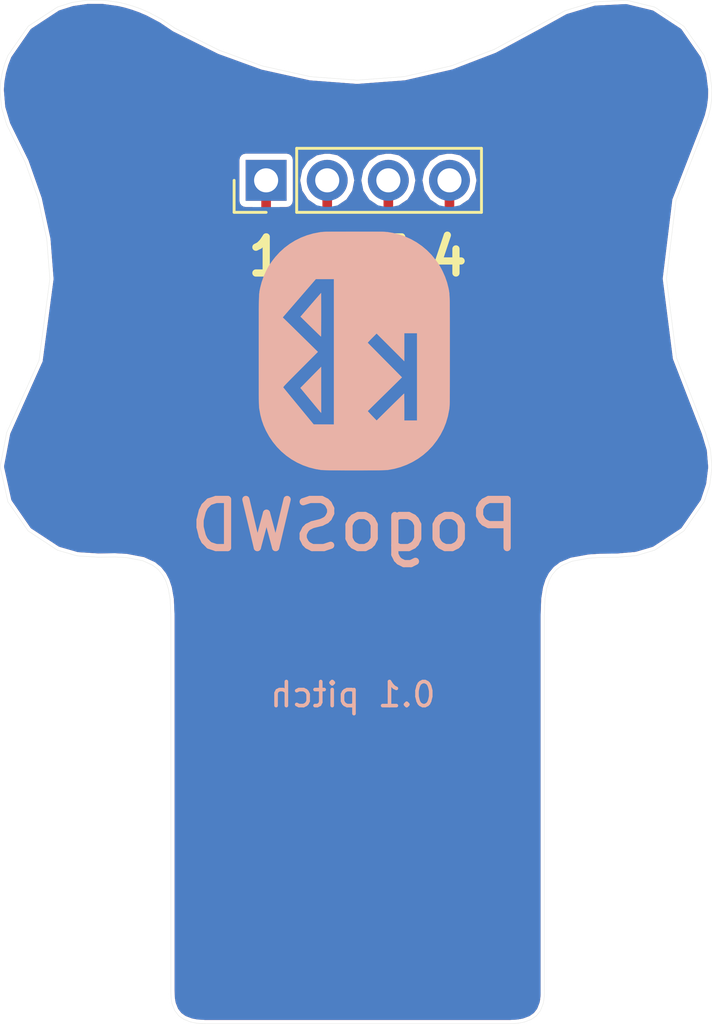
<source format=kicad_pcb>
(kicad_pcb (version 20171130) (host pcbnew "(5.0.0)")

  (general
    (thickness 1.6)
    (drawings 110)
    (tracks 16)
    (zones 0)
    (modules 3)
    (nets 5)
  )

  (page A3)
  (layers
    (0 F.Cu signal)
    (31 B.Cu signal)
    (32 B.Adhes user)
    (33 F.Adhes user)
    (34 B.Paste user)
    (35 F.Paste user)
    (36 B.SilkS user)
    (37 F.SilkS user)
    (38 B.Mask user)
    (39 F.Mask user)
    (40 Dwgs.User user)
    (41 Cmts.User user)
    (42 Eco1.User user)
    (43 Eco2.User user)
    (44 Edge.Cuts user)
  )

  (setup
    (last_trace_width 0.4)
    (trace_clearance 0.254)
    (zone_clearance 0.152)
    (zone_45_only no)
    (trace_min 0.254)
    (segment_width 0.2)
    (edge_width 0.1)
    (via_size 0.889)
    (via_drill 0.635)
    (via_min_size 0.889)
    (via_min_drill 0.508)
    (uvia_size 0.508)
    (uvia_drill 0.127)
    (uvias_allowed no)
    (uvia_min_size 0.508)
    (uvia_min_drill 0.127)
    (pcb_text_width 0.3)
    (pcb_text_size 1.5 1.5)
    (mod_edge_width 0.15)
    (mod_text_size 1 1)
    (mod_text_width 0.15)
    (pad_size 1.5 1.5)
    (pad_drill 0.6)
    (pad_to_mask_clearance 0)
    (solder_mask_min_width 0.25)
    (aux_axis_origin 0 0)
    (visible_elements 7FFFFFFF)
    (pcbplotparams
      (layerselection 0x010fc_ffffffff)
      (usegerberextensions true)
      (usegerberattributes false)
      (usegerberadvancedattributes false)
      (creategerberjobfile false)
      (excludeedgelayer true)
      (linewidth 0.150000)
      (plotframeref false)
      (viasonmask false)
      (mode 1)
      (useauxorigin false)
      (hpglpennumber 1)
      (hpglpenspeed 20)
      (hpglpendiameter 15.000000)
      (psnegative false)
      (psa4output false)
      (plotreference true)
      (plotvalue true)
      (plotinvisibletext false)
      (padsonsilk false)
      (subtractmaskfromsilk false)
      (outputformat 1)
      (mirror false)
      (drillshape 0)
      (scaleselection 1)
      (outputdirectory "gerbers/"))
  )

  (net 0 "")
  (net 1 SWCLK)
  (net 2 SWDIO)
  (net 3 GND)
  (net 4 VDD)

  (net_class Default "This is the default net class."
    (clearance 0.254)
    (trace_width 0.4)
    (via_dia 0.889)
    (via_drill 0.635)
    (uvia_dia 0.508)
    (uvia_drill 0.127)
    (add_net GND)
    (add_net SWCLK)
    (add_net SWDIO)
    (add_net VDD)
  )

  (module pogoprogB:pogopin_04x01 (layer F.Cu) (tedit 59F818D0) (tstamp 59F5993A)
    (at 157.7858 147.6295)
    (path /59D600B7)
    (fp_text reference J1 (at -2.1488 4.2625) (layer F.SilkS) hide
      (effects (font (size 1 1) (thickness 0.15)))
    )
    (fp_text value SWD (at 1.016 -4.318) (layer F.Fab)
      (effects (font (size 1 1) (thickness 0.15)))
    )
    (pad 1 smd oval (at 0 0) (size 1.6 17) (layers F.Cu F.Paste F.Mask)
      (net 1 SWCLK))
    (pad 2 smd oval (at 2.54 0) (size 1.6 17) (layers F.Cu F.Paste F.Mask)
      (net 2 SWDIO))
    (pad 3 smd oval (at 5.08 0) (size 1.6 17) (layers F.Cu F.Paste F.Mask)
      (net 3 GND))
    (pad 4 smd oval (at 7.62 0) (size 1.6 17) (layers F.Cu F.Paste F.Mask)
      (net 4 VDD))
    (model ${KISYS3DMOD}/Un-used.3dshapes/P100-E2.step
      (offset (xyz 0 5 0))
      (scale (xyz 1 1 1))
      (rotate (xyz -90 0 0))
    )
    (model ${KISYS3DMOD}/Un-used.3dshapes/P100-E2.step
      (offset (xyz 2.54 5 0))
      (scale (xyz 1 1 1))
      (rotate (xyz -90 0 0))
    )
    (model ${KISYS3DMOD}/Un-used.3dshapes/P100-E2.step
      (offset (xyz 5.08 5 0))
      (scale (xyz 1 1 1))
      (rotate (xyz -90 0 0))
    )
    (model ${KISYS3DMOD}/Un-used.3dshapes/P100-E2.step
      (offset (xyz 7.62 5 0))
      (scale (xyz 1 1 1))
      (rotate (xyz -90 0 0))
    )
  )

  (module Pin_Headers:Pin_Header_Straight_1x04_Pitch2.54mm (layer F.Cu) (tedit 59F816DA) (tstamp 59F59942)
    (at 157.796 122.428 90)
    (descr "Through hole straight pin header, 1x04, 2.54mm pitch, single row")
    (tags "Through hole pin header THT 1x04 2.54mm single row")
    (path /59D60493)
    (fp_text reference J2 (at 0 -2.33 90) (layer F.SilkS) hide
      (effects (font (size 1 1) (thickness 0.15)))
    )
    (fp_text value SWD (at 0 9.95 90) (layer F.Fab)
      (effects (font (size 1 1) (thickness 0.15)))
    )
    (fp_line (start -0.635 -1.27) (end 1.27 -1.27) (layer F.Fab) (width 0.1))
    (fp_line (start 1.27 -1.27) (end 1.27 8.89) (layer F.Fab) (width 0.1))
    (fp_line (start 1.27 8.89) (end -1.27 8.89) (layer F.Fab) (width 0.1))
    (fp_line (start -1.27 8.89) (end -1.27 -0.635) (layer F.Fab) (width 0.1))
    (fp_line (start -1.27 -0.635) (end -0.635 -1.27) (layer F.Fab) (width 0.1))
    (fp_line (start -1.33 8.95) (end 1.33 8.95) (layer F.SilkS) (width 0.12))
    (fp_line (start -1.33 1.27) (end -1.33 8.95) (layer F.SilkS) (width 0.12))
    (fp_line (start 1.33 1.27) (end 1.33 8.95) (layer F.SilkS) (width 0.12))
    (fp_line (start -1.33 1.27) (end 1.33 1.27) (layer F.SilkS) (width 0.12))
    (fp_line (start -1.33 0) (end -1.33 -1.33) (layer F.SilkS) (width 0.12))
    (fp_line (start -1.33 -1.33) (end 0 -1.33) (layer F.SilkS) (width 0.12))
    (fp_line (start -1.8 -1.8) (end -1.8 9.4) (layer F.CrtYd) (width 0.05))
    (fp_line (start -1.8 9.4) (end 1.8 9.4) (layer F.CrtYd) (width 0.05))
    (fp_line (start 1.8 9.4) (end 1.8 -1.8) (layer F.CrtYd) (width 0.05))
    (fp_line (start 1.8 -1.8) (end -1.8 -1.8) (layer F.CrtYd) (width 0.05))
    (fp_text user %R (at 0 3.81 180) (layer F.Fab)
      (effects (font (size 1 1) (thickness 0.15)))
    )
    (pad 1 thru_hole rect (at 0 0 90) (size 1.7 1.7) (drill 1) (layers *.Cu *.Mask)
      (net 1 SWCLK))
    (pad 2 thru_hole oval (at 0 2.54 90) (size 1.7 1.7) (drill 1) (layers *.Cu *.Mask)
      (net 2 SWDIO))
    (pad 3 thru_hole oval (at 0 5.08 90) (size 1.7 1.7) (drill 1) (layers *.Cu *.Mask)
      (net 3 GND))
    (pad 4 thru_hole oval (at 0 7.62 90) (size 1.7 1.7) (drill 1) (layers *.Cu *.Mask)
      (net 4 VDD))
    (model ${KISYS3DMOD}/Pin_Headers.3dshapes/Pin_Header_Straight_1x04_Pitch2.54mm.wrl
      (offset (xyz 0 -7.62 -1.7))
      (scale (xyz 1 1 1))
      (rotate (xyz 0 180 180))
    )
  )

  (module footprints:KB_BlueMicro (layer B.Cu) (tedit 0) (tstamp 5EEA7756)
    (at 161.4678 129.5146 180)
    (fp_text reference G*** (at 0 0 180) (layer B.SilkS) hide
      (effects (font (size 1.524 1.524) (thickness 0.3)) (justify mirror))
    )
    (fp_text value LOGO (at 0.75 0 180) (layer B.SilkS) hide
      (effects (font (size 1.524 1.524) (thickness 0.3)) (justify mirror))
    )
    (fp_poly (pts (xy 1.398318 2.390983) (xy 1.422288 2.364274) (xy 1.459566 2.322036) (xy 1.508522 2.266135)
      (xy 1.56753 2.198434) (xy 1.634961 2.120797) (xy 1.709187 2.035089) (xy 1.78858 1.943174)
      (xy 1.791382 1.939925) (xy 1.871854 1.846655) (xy 1.947933 1.75852) (xy 2.017873 1.67754)
      (xy 2.079927 1.605734) (xy 2.132348 1.545122) (xy 2.173392 1.497724) (xy 2.201312 1.465561)
      (xy 2.214269 1.450754) (xy 2.240044 1.421957) (xy 1.823097 1.012604) (xy 1.737716 0.928915)
      (xy 1.65775 0.850798) (xy 1.585045 0.780037) (xy 1.521448 0.718417) (xy 1.468807 0.667725)
      (xy 1.428967 0.629744) (xy 1.403776 0.606261) (xy 1.395225 0.599017) (xy 1.393411 0.61067)
      (xy 1.391695 0.645746) (xy 1.390098 0.70227) (xy 1.388645 0.778265) (xy 1.387361 0.871756)
      (xy 1.38627 0.980766) (xy 1.385395 1.103319) (xy 1.38476 1.237439) (xy 1.384389 1.38115)
      (xy 1.3843 1.497542) (xy 1.384368 1.64644) (xy 1.384565 1.787677) (xy 1.384881 1.919236)
      (xy 1.385303 2.039101) (xy 1.385821 2.145254) (xy 1.386423 2.23568) (xy 1.387099 2.308361)
      (xy 1.387837 2.36128) (xy 1.388627 2.392422) (xy 1.389284 2.4003) (xy 1.398318 2.390983)) (layer B.SilkS) (width 0.01))
    (fp_poly (pts (xy 1.815265 -1.103172) (xy 2.244861 -1.539595) (xy 1.845037 -2.023922) (xy 1.765147 -2.120589)
      (xy 1.689352 -2.212094) (xy 1.619346 -2.296406) (xy 1.556826 -2.371491) (xy 1.503487 -2.435316)
      (xy 1.461025 -2.48585) (xy 1.431135 -2.521059) (xy 1.415514 -2.538911) (xy 1.414756 -2.539711)
      (xy 1.3843 -2.571172) (xy 1.385668 -0.66675) (xy 1.815265 -1.103172)) (layer B.SilkS) (width 0.01))
    (fp_poly (pts (xy 0.213812 4.952845) (xy 0.397568 4.95277) (xy 0.559312 4.952607) (xy 0.700738 4.952326)
      (xy 0.82354 4.951897) (xy 0.929413 4.951287) (xy 1.02005 4.950467) (xy 1.097145 4.949407)
      (xy 1.162392 4.948074) (xy 1.217486 4.946439) (xy 1.26412 4.944471) (xy 1.303988 4.942139)
      (xy 1.338785 4.939412) (xy 1.370204 4.93626) (xy 1.39994 4.932652) (xy 1.429686 4.928558)
      (xy 1.44145 4.926853) (xy 1.712159 4.874817) (xy 1.973811 4.799593) (xy 2.225216 4.701882)
      (xy 2.465189 4.582386) (xy 2.69254 4.441808) (xy 2.906084 4.28085) (xy 3.104633 4.100214)
      (xy 3.286999 3.900603) (xy 3.383515 3.77825) (xy 3.452545 3.683875) (xy 3.509612 3.600666)
      (xy 3.559587 3.520768) (xy 3.607337 3.436326) (xy 3.657733 3.339483) (xy 3.667456 3.320136)
      (xy 3.771077 3.089836) (xy 3.854352 2.854782) (xy 3.915283 2.620649) (xy 3.917851 2.608376)
      (xy 3.924841 2.574489) (xy 3.931239 2.542672) (xy 3.937069 2.511719) (xy 3.942358 2.480427)
      (xy 3.947132 2.44759) (xy 3.951418 2.412003) (xy 3.955242 2.372462) (xy 3.958631 2.327761)
      (xy 3.961609 2.276696) (xy 3.964205 2.218063) (xy 3.966444 2.150655) (xy 3.968352 2.073269)
      (xy 3.969956 1.9847) (xy 3.971282 1.883742) (xy 3.972357 1.769191) (xy 3.973206 1.639842)
      (xy 3.973855 1.49449) (xy 3.974333 1.331931) (xy 3.974663 1.150959) (xy 3.974874 0.95037)
      (xy 3.97499 0.728958) (xy 3.975039 0.48552) (xy 3.975047 0.21885) (xy 3.975041 -0.011892)
      (xy 3.975026 -0.292426) (xy 3.974986 -0.548747) (xy 3.974911 -0.782046) (xy 3.974787 -0.99351)
      (xy 3.974604 -1.184327) (xy 3.974347 -1.355686) (xy 3.974007 -1.508775) (xy 3.973569 -1.644782)
      (xy 3.973023 -1.764896) (xy 3.972355 -1.870305) (xy 3.971554 -1.962198) (xy 3.970608 -2.041763)
      (xy 3.969505 -2.110188) (xy 3.968231 -2.168661) (xy 3.966776 -2.218372) (xy 3.965127 -2.260507)
      (xy 3.963272 -2.296257) (xy 3.961198 -2.326808) (xy 3.958895 -2.353349) (xy 3.956348 -2.37707)
      (xy 3.953547 -2.399157) (xy 3.950479 -2.420799) (xy 3.9504 -2.421334) (xy 3.907267 -2.658572)
      (xy 3.849222 -2.880509) (xy 3.774232 -3.093734) (xy 3.680269 -3.304839) (xy 3.674715 -3.316104)
      (xy 3.541277 -3.557644) (xy 3.388706 -3.783067) (xy 3.218141 -3.99156) (xy 3.030722 -4.182309)
      (xy 2.82759 -4.354497) (xy 2.609885 -4.507312) (xy 2.378746 -4.639939) (xy 2.135314 -4.751563)
      (xy 1.880729 -4.841369) (xy 1.616131 -4.908543) (xy 1.393174 -4.946078) (xy 1.353495 -4.949505)
      (xy 1.290742 -4.952615) (xy 1.207152 -4.955406) (xy 1.10496 -4.957879) (xy 0.986403 -4.960034)
      (xy 0.853715 -4.961872) (xy 0.709133 -4.963392) (xy 0.554893 -4.964595) (xy 0.39323 -4.965481)
      (xy 0.22638 -4.96605) (xy 0.05658 -4.966303) (xy -0.113936 -4.966238) (xy -0.282932 -4.965858)
      (xy -0.448171 -4.965161) (xy -0.607417 -4.964148) (xy -0.758436 -4.962819) (xy -0.89899 -4.961175)
      (xy -1.026845 -4.959215) (xy -1.139765 -4.95694) (xy -1.235513 -4.954349) (xy -1.311854 -4.951444)
      (xy -1.366553 -4.948224) (xy -1.390232 -4.945856) (xy -1.656617 -4.897314) (xy -1.916268 -4.825594)
      (xy -2.167395 -4.731665) (xy -2.40821 -4.6165) (xy -2.636923 -4.481069) (xy -2.851746 -4.326342)
      (xy -3.050889 -4.153291) (xy -3.232563 -3.962886) (xy -3.259261 -3.931624) (xy -3.429526 -3.710212)
      (xy -3.576635 -3.478365) (xy -3.700617 -3.236024) (xy -3.770554 -3.0607) (xy 0.8509 -3.0607)
      (xy 1.69545 -3.058922) (xy 2.31775 -2.303735) (xy 2.416986 -2.183258) (xy 2.511786 -2.068071)
      (xy 2.600871 -1.959735) (xy 2.682961 -1.859809) (xy 2.756775 -1.769857) (xy 2.821034 -1.691438)
      (xy 2.874457 -1.626112) (xy 2.915766 -1.575442) (xy 2.94368 -1.540988) (xy 2.956919 -1.524311)
      (xy 2.9576 -1.523383) (xy 2.959912 -1.517964) (xy 2.959328 -1.510632) (xy 2.954734 -1.500202)
      (xy 2.945016 -1.485488) (xy 2.929059 -1.465306) (xy 2.905748 -1.438471) (xy 2.873969 -1.403798)
      (xy 2.832606 -1.360102) (xy 2.780546 -1.306198) (xy 2.716673 -1.240901) (xy 2.639873 -1.163026)
      (xy 2.549031 -1.071388) (xy 2.443032 -0.964802) (xy 2.320762 -0.842084) (xy 2.249066 -0.770183)
      (xy 1.522982 -0.042148) (xy 2.148966 0.572669) (xy 2.257126 0.678884) (xy 2.362445 0.782279)
      (xy 2.46312 0.881085) (xy 2.557351 0.973537) (xy 2.643334 1.057867) (xy 2.719268 1.132308)
      (xy 2.783351 1.195092) (xy 2.83378 1.244453) (xy 2.868755 1.278623) (xy 2.879481 1.289069)
      (xy 2.984012 1.39065) (xy 1.60655 2.983822) (xy 0.8509 2.9845) (xy 0.8509 -3.0607)
      (xy -3.770554 -3.0607) (xy -3.801498 -2.983129) (xy -3.879304 -2.719619) (xy -3.934064 -2.445434)
      (xy -3.937701 -2.421334) (xy -3.940776 -2.399687) (xy -3.943583 -2.377625) (xy -3.946136 -2.353959)
      (xy -3.948446 -2.327501) (xy -3.950525 -2.297062) (xy -3.952385 -2.261455) (xy -3.954039 -2.21949)
      (xy -3.955499 -2.169979) (xy -3.956777 -2.111735) (xy -3.957884 -2.043568) (xy -3.958834 -1.96429)
      (xy -3.959638 -1.872714) (xy -3.960309 -1.76765) (xy -3.960858 -1.64791) (xy -3.961298 -1.512306)
      (xy -3.961641 -1.35965) (xy -3.961899 -1.188753) (xy -3.962085 -0.998427) (xy -3.962209 -0.787483)
      (xy -3.962286 -0.554734) (xy -3.962326 -0.29899) (xy -3.962342 -0.019064) (xy -3.962342 -0.011892)
      (xy -3.962348 0.27422) (xy -3.962335 0.536137) (xy -3.962284 0.7366) (xy -2.6035 0.7366)
      (xy -2.6035 -2.8956) (xy -2.0701 -2.8956) (xy -2.0701 -2.3368) (xy -2.069891 -2.220445)
      (xy -2.069293 -2.112322) (xy -2.068349 -2.014989) (xy -2.067104 -1.931005) (xy -2.0656 -1.862931)
      (xy -2.063882 -1.813325) (xy -2.061993 -1.784747) (xy -2.060575 -1.778625) (xy -2.050106 -1.787427)
      (xy -2.02316 -1.812597) (xy -1.981297 -1.852617) (xy -1.926077 -1.905971) (xy -1.859059 -1.97114)
      (xy -1.781803 -2.046608) (xy -1.695869 -2.130857) (xy -1.602816 -2.22237) (xy -1.504203 -2.319631)
      (xy -1.4859 -2.337713) (xy -0.92075 -2.896174) (xy -0.733763 -2.702212) (xy -0.678568 -2.64454)
      (xy -0.630098 -2.593094) (xy -0.590885 -2.550627) (xy -0.563459 -2.519893) (xy -0.550353 -2.503646)
      (xy -0.549613 -2.5019) (xy -0.559006 -2.491885) (xy -0.584563 -2.466058) (xy -0.624307 -2.426382)
      (xy -0.676259 -2.374821) (xy -0.73844 -2.313337) (xy -0.808872 -2.243893) (xy -0.885574 -2.168452)
      (xy -0.9017 -2.152614) (xy -0.998646 -2.057398) (xy -1.108242 -1.949718) (xy -1.225037 -1.834933)
      (xy -1.343581 -1.718398) (xy -1.458426 -1.605472) (xy -1.56412 -1.501512) (xy -1.610838 -1.455546)
      (xy -1.970725 -1.101414) (xy -1.64264 -0.769782) (xy -1.555141 -0.681346) (xy -1.454458 -0.5796)
      (xy -1.345279 -0.469282) (xy -1.232294 -0.35513) (xy -1.120192 -0.24188) (xy -1.013661 -0.13427)
      (xy -0.933503 -0.053311) (xy -0.852663 0.02834) (xy -0.777408 0.104366) (xy -0.709605 0.172876)
      (xy -0.651126 0.231982) (xy -0.603838 0.279795) (xy -0.569612 0.314424) (xy -0.550316 0.33398)
      (xy -0.546709 0.337665) (xy -0.553548 0.348034) (xy -0.575924 0.373553) (xy -0.611302 0.411518)
      (xy -0.657149 0.459229) (xy -0.710931 0.513983) (xy -0.730753 0.533904) (xy -0.92054 0.724008)
      (xy -1.49532 0.149331) (xy -2.0701 -0.425345) (xy -2.0701 0.7366) (xy -2.6035 0.7366)
      (xy -3.962284 0.7366) (xy -3.962274 0.775064) (xy -3.962141 0.992205) (xy -3.961908 1.188766)
      (xy -3.961551 1.365951) (xy -3.961041 1.524964) (xy -3.960353 1.667012) (xy -3.959461 1.793298)
      (xy -3.958338 1.905028) (xy -3.956959 2.003406) (xy -3.955296 2.089638) (xy -3.953324 2.164927)
      (xy -3.951015 2.230479) (xy -3.948345 2.287499) (xy -3.945286 2.337192) (xy -3.941813 2.380762)
      (xy -3.937898 2.419414) (xy -3.933516 2.454353) (xy -3.928641 2.486784) (xy -3.923245 2.517912)
      (xy -3.917304 2.548941) (xy -3.91079 2.581077) (xy -3.905152 2.608376) (xy -3.84546 2.842302)
      (xy -3.763319 3.07745) (xy -3.660726 3.308144) (xy -3.654757 3.320136) (xy -3.603369 3.420044)
      (xy -3.555502 3.506138) (xy -3.506287 3.586274) (xy -3.450855 3.668307) (xy -3.384337 3.760094)
      (xy -3.370816 3.77825) (xy -3.198233 3.988393) (xy -3.008789 4.179962) (xy -2.803671 4.352254)
      (xy -2.584067 4.504567) (xy -2.351163 4.6362) (xy -2.106148 4.746449) (xy -1.850207 4.834613)
      (xy -1.58453 4.899989) (xy -1.42875 4.926853) (xy -1.398551 4.931142) (xy -1.369012 4.934933)
      (xy -1.338438 4.938256) (xy -1.305136 4.941142) (xy -1.267412 4.943622) (xy -1.223572 4.945726)
      (xy -1.171922 4.947485) (xy -1.110768 4.94893) (xy -1.038415 4.950091) (xy -0.95317 4.950999)
      (xy -0.853338 4.951686) (xy -0.737226 4.952181) (xy -0.60314 4.952515) (xy -0.449385 4.952719)
      (xy -0.274268 4.952824) (xy -0.076094 4.952861) (xy 0.00635 4.952863) (xy 0.213812 4.952845)) (layer B.SilkS) (width 0.01))
  )

  (gr_text "0.1 pitch" (at 161.4 143.8) (layer B.SilkS)
    (effects (font (size 1 1) (thickness 0.15)) (justify mirror))
  )
  (gr_text 1 (at 157.8 125.6) (layer F.SilkS) (tstamp 59F818AE)
    (effects (font (size 1.5 1.5) (thickness 0.3)))
  )
  (gr_text 2 (at 160.4 125.6) (layer F.SilkS) (tstamp 59F8188E)
    (effects (font (size 1.5 1.5) (thickness 0.3)))
  )
  (gr_text 4 (at 165.4 125.6) (layer F.SilkS) (tstamp 59F8187C)
    (effects (font (size 1.5 1.5) (thickness 0.3)))
  )
  (gr_text 3 (at 163 125.6) (layer F.SilkS)
    (effects (font (size 1.5 1.5) (thickness 0.3)))
  )
  (gr_text PogoSWD (at 161.479 136.779) (layer B.SilkS)
    (effects (font (size 2 2) (thickness 0.3)) (justify mirror))
  )
  (gr_line (start 153.836428 156.063017) (end 153.846194 156.398343) (angle 90) (layer Edge.Cuts) (width 0.01))
  (gr_line (start 153.846194 156.398343) (end 153.886075 156.640125) (angle 90) (layer Edge.Cuts) (width 0.01))
  (gr_line (start 153.886075 156.640125) (end 153.999333 156.929789) (angle 90) (layer Edge.Cuts) (width 0.01))
  (gr_line (start 153.999333 156.929789) (end 154.162719 157.141373) (angle 90) (layer Edge.Cuts) (width 0.01))
  (gr_line (start 154.162719 157.141373) (end 154.37362 157.291927) (angle 90) (layer Edge.Cuts) (width 0.01))
  (gr_line (start 154.37362 157.291927) (end 154.672031 157.406495) (angle 90) (layer Edge.Cuts) (width 0.01))
  (gr_line (start 154.672031 157.406495) (end 154.922047 157.453306) (angle 90) (layer Edge.Cuts) (width 0.01))
  (gr_line (start 154.922047 157.453306) (end 155.247539 157.474128) (angle 90) (layer Edge.Cuts) (width 0.01))
  (gr_line (start 155.247539 157.474128) (end 167.947539 157.474128) (angle 90) (layer Edge.Cuts) (width 0.01))
  (gr_line (start 169.35865 156.063017) (end 169.359738 156.220122) (angle 90) (layer Edge.Cuts) (width 0.01))
  (gr_line (start 169.359738 156.220122) (end 169.35373 156.353601) (angle 90) (layer Edge.Cuts) (width 0.01))
  (gr_line (start 169.35373 156.353601) (end 169.336326 156.509002) (angle 90) (layer Edge.Cuts) (width 0.01))
  (gr_line (start 169.336326 156.509002) (end 169.310348 156.640589) (angle 90) (layer Edge.Cuts) (width 0.01))
  (gr_line (start 169.310348 156.640589) (end 169.197275 156.930295) (angle 90) (layer Edge.Cuts) (width 0.01))
  (gr_line (start 169.197275 156.930295) (end 169.033498 157.142051) (angle 90) (layer Edge.Cuts) (width 0.01))
  (gr_line (start 169.033498 157.142051) (end 168.822454 157.292273) (angle 90) (layer Edge.Cuts) (width 0.01))
  (gr_line (start 168.822454 157.292273) (end 168.523477 157.406679) (angle 90) (layer Edge.Cuts) (width 0.01))
  (gr_line (start 168.523477 157.406679) (end 168.273268 157.45336) (angle 90) (layer Edge.Cuts) (width 0.01))
  (gr_line (start 168.273268 157.45336) (end 167.947539 157.474128) (angle 90) (layer Edge.Cuts) (width 0.01))
  (gr_line (start 155.247539 157.474128) (end 155.247539 157.474128) (angle 90) (layer Edge.Cuts) (width 0.01))
  (gr_line (start 153.836428 140.540795) (end 153.836428 156.063017) (angle 90) (layer Edge.Cuts) (width 0.01))
  (gr_line (start 172.388213 138.091191) (end 171.672169 138.099783) (angle 90) (layer Edge.Cuts) (width 0.01))
  (gr_line (start 171.672169 138.099783) (end 171.215235 138.128941) (angle 90) (layer Edge.Cuts) (width 0.01))
  (gr_line (start 171.215235 138.128941) (end 170.501678 138.258265) (angle 90) (layer Edge.Cuts) (width 0.01))
  (gr_line (start 170.501678 138.258265) (end 170.092273 138.431646) (angle 90) (layer Edge.Cuts) (width 0.01))
  (gr_line (start 170.092273 138.431646) (end 169.857164 138.611247) (angle 90) (layer Edge.Cuts) (width 0.01))
  (gr_line (start 169.857164 138.611247) (end 169.674208 138.834436) (angle 90) (layer Edge.Cuts) (width 0.01))
  (gr_line (start 169.674208 138.834436) (end 169.554524 139.0664) (angle 90) (layer Edge.Cuts) (width 0.01))
  (gr_line (start 169.554524 139.0664) (end 169.45603 139.375413) (angle 90) (layer Edge.Cuts) (width 0.01))
  (gr_line (start 169.45603 139.375413) (end 169.38432 139.823977) (angle 90) (layer Edge.Cuts) (width 0.01))
  (gr_line (start 169.38432 139.823977) (end 169.35865 140.541899) (angle 90) (layer Edge.Cuts) (width 0.01))
  (gr_line (start 147.011321 120.111505) (end 146.801185 119.406583) (angle 90) (layer Edge.Cuts) (width 0.01))
  (gr_line (start 146.801185 119.406583) (end 146.741046 118.670914) (angle 90) (layer Edge.Cuts) (width 0.01))
  (gr_line (start 146.741046 118.670914) (end 146.767707 118.305435) (angle 90) (layer Edge.Cuts) (width 0.01))
  (gr_line (start 146.767707 118.305435) (end 146.831681 117.939659) (angle 90) (layer Edge.Cuts) (width 0.01))
  (gr_line (start 146.831681 117.939659) (end 146.930089 117.586235) (angle 90) (layer Edge.Cuts) (width 0.01))
  (gr_line (start 146.930089 117.586235) (end 147.063553 117.240311) (angle 90) (layer Edge.Cuts) (width 0.01))
  (gr_line (start 147.063553 117.240311) (end 147.905961 116.025647) (angle 90) (layer Edge.Cuts) (width 0.01))
  (gr_line (start 147.905961 116.025647) (end 149.121739 115.227116) (angle 90) (layer Edge.Cuts) (width 0.01))
  (gr_line (start 149.121739 115.227116) (end 149.725665 115.036001) (angle 90) (layer Edge.Cuts) (width 0.01))
  (gr_line (start 149.725665 115.036001) (end 150.378599 114.93942) (angle 90) (layer Edge.Cuts) (width 0.01))
  (gr_line (start 150.378599 114.93942) (end 151.005113 114.940057) (angle 90) (layer Edge.Cuts) (width 0.01))
  (gr_line (start 151.005113 114.940057) (end 151.666153 115.030626) (angle 90) (layer Edge.Cuts) (width 0.01))
  (gr_line (start 151.666153 115.030626) (end 151.9772 115.103968) (angle 90) (layer Edge.Cuts) (width 0.01))
  (gr_line (start 151.9772 115.103968) (end 152.290961 115.197856) (angle 90) (layer Edge.Cuts) (width 0.01))
  (gr_line (start 152.290961 115.197856) (end 152.592853 115.307396) (angle 90) (layer Edge.Cuts) (width 0.01))
  (gr_line (start 152.592853 115.307396) (end 152.892545 115.435461) (angle 90) (layer Edge.Cuts) (width 0.01))
  (gr_line (start 152.892545 115.435461) (end 153.467325 115.739087) (angle 90) (layer Edge.Cuts) (width 0.01))
  (gr_line (start 153.467325 115.739087) (end 154 116.1) (angle 90) (layer Edge.Cuts) (width 0.01))
  (gr_line (start 176.054635 120.111505) (end 176.178687 119.762941) (angle 90) (layer Edge.Cuts) (width 0.01))
  (gr_line (start 176.178687 119.762941) (end 176.265283 119.405265) (angle 90) (layer Edge.Cuts) (width 0.01))
  (gr_line (start 176.265283 119.405265) (end 176.314043 119.041127) (angle 90) (layer Edge.Cuts) (width 0.01))
  (gr_line (start 176.314043 119.041127) (end 176.324911 118.670914) (angle 90) (layer Edge.Cuts) (width 0.01))
  (gr_line (start 176.324911 118.670914) (end 176.23632 117.94852) (angle 90) (layer Edge.Cuts) (width 0.01))
  (gr_line (start 176.23632 117.94852) (end 176.002404 117.240311) (angle 90) (layer Edge.Cuts) (width 0.01))
  (gr_line (start 176.002404 117.240311) (end 175.159997 116.025647) (angle 90) (layer Edge.Cuts) (width 0.01))
  (gr_line (start 175.159997 116.025647) (end 173.944219 115.227116) (angle 90) (layer Edge.Cuts) (width 0.01))
  (gr_line (start 173.944219 115.227116) (end 172.781494 114.946769) (angle 90) (layer Edge.Cuts) (width 0.01))
  (gr_line (start 172.781494 114.946769) (end 171.433745 115.012579) (angle 90) (layer Edge.Cuts) (width 0.01))
  (gr_line (start 171.433745 115.012579) (end 170.224473 115.375482) (angle 90) (layer Edge.Cuts) (width 0.01))
  (gr_line (start 170.224473 115.375482) (end 169.1 116) (angle 90) (layer Edge.Cuts) (width 0.01))
  (gr_line (start 147.011321 132.912543) (end 146.742219 134.327915) (angle 90) (layer Edge.Cuts) (width 0.01))
  (gr_line (start 146.742219 134.327915) (end 147.063558 135.783735) (angle 90) (layer Edge.Cuts) (width 0.01))
  (gr_line (start 147.063558 135.783735) (end 147.905967 136.998397) (angle 90) (layer Edge.Cuts) (width 0.01))
  (gr_line (start 147.905967 136.998397) (end 149.121745 137.796926) (angle 90) (layer Edge.Cuts) (width 0.01))
  (gr_line (start 149.121745 137.796926) (end 149.948008 138.033848) (angle 90) (layer Edge.Cuts) (width 0.01))
  (gr_line (start 149.948008 138.033848) (end 150.813159 138.088233) (angle 90) (layer Edge.Cuts) (width 0.01))
  (gr_line (start 176.054643 132.91256) (end 176.264775 133.617483) (angle 90) (layer Edge.Cuts) (width 0.01))
  (gr_line (start 176.264775 133.617483) (end 176.32491 134.353153) (angle 90) (layer Edge.Cuts) (width 0.01))
  (gr_line (start 176.32491 134.353153) (end 176.236313 135.075546) (angle 90) (layer Edge.Cuts) (width 0.01))
  (gr_line (start 176.236313 135.075546) (end 176.002392 135.783753) (angle 90) (layer Edge.Cuts) (width 0.01))
  (gr_line (start 176.002392 135.783753) (end 175.159976 136.998412) (angle 90) (layer Edge.Cuts) (width 0.01))
  (gr_line (start 175.159976 136.998412) (end 173.944194 137.796935) (angle 90) (layer Edge.Cuts) (width 0.01))
  (gr_line (start 173.944194 137.796935) (end 173.184044 138.021639) (angle 90) (layer Edge.Cuts) (width 0.01))
  (gr_line (start 173.184044 138.021639) (end 172.388213 138.091191) (angle 90) (layer Edge.Cuts) (width 0.01))
  (gr_line (start 147.011321 120.111505) (end 147.777006 121.66526) (angle 90) (layer Edge.Cuts) (width 0.01))
  (gr_line (start 147.777006 121.66526) (end 148.320827 123.205167) (angle 90) (layer Edge.Cuts) (width 0.01))
  (gr_line (start 148.320827 123.205167) (end 148.679633 124.871051) (angle 90) (layer Edge.Cuts) (width 0.01))
  (gr_line (start 148.679633 124.871051) (end 148.808123 126.524871) (angle 90) (layer Edge.Cuts) (width 0.01))
  (gr_line (start 148.808123 126.524871) (end 148.356858 129.912226) (angle 90) (layer Edge.Cuts) (width 0.01))
  (gr_line (start 148.356858 129.912226) (end 147.011321 132.912543) (angle 90) (layer Edge.Cuts) (width 0.01))
  (gr_line (start 150.813159 138.088233) (end 151.513079 138.078938) (angle 90) (layer Edge.Cuts) (width 0.01))
  (gr_line (start 151.513079 138.078938) (end 151.98313 138.104183) (angle 90) (layer Edge.Cuts) (width 0.01))
  (gr_line (start 151.98313 138.104183) (end 152.674125 138.23632) (angle 90) (layer Edge.Cuts) (width 0.01))
  (gr_line (start 152.674125 138.23632) (end 153.095106 138.429018) (angle 90) (layer Edge.Cuts) (width 0.01))
  (gr_line (start 153.095106 138.429018) (end 153.321373 138.612746) (angle 90) (layer Edge.Cuts) (width 0.01))
  (gr_line (start 153.321373 138.612746) (end 153.503455 138.840904) (angle 90) (layer Edge.Cuts) (width 0.01))
  (gr_line (start 153.503455 138.840904) (end 153.625651 139.075679) (angle 90) (layer Edge.Cuts) (width 0.01))
  (gr_line (start 153.625651 139.075679) (end 153.726887 139.378691) (angle 90) (layer Edge.Cuts) (width 0.01))
  (gr_line (start 153.726887 139.378691) (end 153.807631 139.841982) (angle 90) (layer Edge.Cuts) (width 0.01))
  (gr_line (start 153.807631 139.841982) (end 153.836428 140.540795) (angle 90) (layer Edge.Cuts) (width 0.01))
  (gr_line (start 176.054635 120.111505) (end 174.831869 123.259382) (angle 90) (layer Edge.Cuts) (width 0.01))
  (gr_line (start 174.831869 123.259382) (end 174.434377 126.512021) (angle 90) (layer Edge.Cuts) (width 0.01))
  (gr_line (start 174.434377 126.512021) (end 174.853097 129.808773) (angle 90) (layer Edge.Cuts) (width 0.01))
  (gr_line (start 174.853097 129.808773) (end 176.054643 132.91256) (angle 90) (layer Edge.Cuts) (width 0.01))
  (gr_line (start 154 116.1) (end 155.866474 117.030379) (angle 90) (layer Edge.Cuts) (width 0.01))
  (gr_line (start 155.866474 117.030379) (end 157.649271 117.677491) (angle 90) (layer Edge.Cuts) (width 0.01))
  (gr_line (start 157.649271 117.677491) (end 159.642764 118.120146) (angle 90) (layer Edge.Cuts) (width 0.01))
  (gr_line (start 159.642764 118.120146) (end 161.574755 118.265359) (angle 90) (layer Edge.Cuts) (width 0.01))
  (gr_line (start 161.574755 118.265359) (end 163.537304 118.118358) (angle 90) (layer Edge.Cuts) (width 0.01))
  (gr_line (start 163.537304 118.118358) (end 165.496441 117.668979) (angle 90) (layer Edge.Cuts) (width 0.01))
  (gr_line (start 165.496441 117.668979) (end 167.278016 116.98435) (angle 90) (layer Edge.Cuts) (width 0.01))
  (gr_line (start 167.278016 116.98435) (end 169.1 116) (angle 90) (layer Edge.Cuts) (width 0.01))
  (gr_line (start 169.35865 156.063017) (end 169.35865 140.541899) (angle 90) (layer Edge.Cuts) (width 0.01))

  (segment (start 157.796 122.428) (end 157.796 147.6193) (width 0.4) (layer F.Cu) (net 1))
  (segment (start 157.796 147.6193) (end 157.7858 147.6295) (width 0.4) (layer F.Cu) (net 1) (tstamp 59F810A5))
  (segment (start 157.7858 122.4382) (end 157.796 122.428) (width 0.4) (layer F.Cu) (net 1) (tstamp 59F8107E))
  (segment (start 157.7858 122.4382) (end 157.796 122.428) (width 0.4) (layer F.Cu) (net 1) (tstamp 59F59AE6))
  (segment (start 160.336 122.428) (end 160.336 147.6193) (width 0.4) (layer F.Cu) (net 2))
  (segment (start 160.336 147.6193) (end 160.3258 147.6295) (width 0.4) (layer F.Cu) (net 2) (tstamp 59F810A2))
  (segment (start 160.336 147.6193) (end 160.3258 147.6295) (width 0.4) (layer F.Cu) (net 2) (tstamp 59F81083))
  (segment (start 160.3258 122.4382) (end 160.336 122.428) (width 0.4) (layer F.Cu) (net 2) (tstamp 59F59AEA))
  (segment (start 162.876 122.428) (end 162.876 147.6193) (width 0.4) (layer F.Cu) (net 3))
  (segment (start 162.876 147.6193) (end 162.8658 147.6295) (width 0.4) (layer F.Cu) (net 3) (tstamp 59F8109F))
  (segment (start 162.876 147.6193) (end 162.8658 147.6295) (width 0.4) (layer F.Cu) (net 3) (tstamp 59F81088))
  (segment (start 162.8658 122.4382) (end 162.876 122.428) (width 0.4) (layer F.Cu) (net 3) (tstamp 59F59AED))
  (segment (start 165.416 122.428) (end 165.416 147.6193) (width 0.4) (layer F.Cu) (net 4))
  (segment (start 165.416 147.6193) (end 165.4058 147.6295) (width 0.4) (layer F.Cu) (net 4) (tstamp 59F8109A))
  (segment (start 165.416 147.6193) (end 165.4058 147.6295) (width 0.4) (layer F.Cu) (net 4) (tstamp 59F8108B))
  (segment (start 165.4058 122.4382) (end 165.416 122.428) (width 0.4) (layer F.Cu) (net 4) (tstamp 59F59AF0))

  (zone (net 0) (net_name "") (layer F.Cu) (tstamp 5EEA77A9) (hatch edge 0.508)
    (connect_pads (clearance 0.152))
    (min_thickness 0.254)
    (fill yes (arc_segments 16) (thermal_gap 0.508) (thermal_bridge_width 0.508))
    (polygon
      (pts
        (xy 149.541 115.062) (xy 149.16 115.189) (xy 147.89 115.951) (xy 147.128 117.094) (xy 146.747 117.856)
        (xy 146.747 119.507) (xy 147.001 120.142) (xy 147.763 121.539) (xy 148.271 123.19) (xy 148.652 124.968)
        (xy 148.779 126.619) (xy 148.271 129.921) (xy 147.001 132.842) (xy 146.747 134.366) (xy 147.128 135.89)
        (xy 147.89 137.033) (xy 149.16 137.795) (xy 149.922 138.049) (xy 151.7 138.049) (xy 152.716 138.303)
        (xy 153.097 138.43) (xy 153.478 138.938) (xy 153.732 139.319) (xy 153.859 140.462) (xy 153.859 156.083)
        (xy 153.859 156.591) (xy 153.986 156.972) (xy 154.113 157.099) (xy 154.24 157.226) (xy 154.494 157.353)
        (xy 154.875 157.48) (xy 155.256 157.48) (xy 168.083 157.48) (xy 168.21 157.48) (xy 168.718 157.353)
        (xy 169.099 157.099) (xy 169.353 156.591) (xy 169.353 140.589) (xy 169.353 139.827) (xy 169.607 139.065)
        (xy 169.861 138.684) (xy 170.242 138.43) (xy 170.496 138.303) (xy 171.131 138.176) (xy 171.385 138.176)
        (xy 173.163 138.049) (xy 173.925 137.795) (xy 175.195 137.033) (xy 175.957 135.89) (xy 176.211 135.128)
        (xy 176.338 134.366) (xy 176.338 134.239) (xy 176.338 133.985) (xy 176.211 133.35) (xy 175.957 132.588)
        (xy 174.941 129.794) (xy 174.433 126.619) (xy 174.814 123.317) (xy 176.211 119.761) (xy 176.338 119.126)
        (xy 176.338 118.618) (xy 176.338 118.491) (xy 176.211 117.729) (xy 175.957 117.094) (xy 175.322 116.205)
        (xy 175.195 115.951) (xy 174.179 115.316) (xy 173.925 115.189) (xy 172.782 114.935) (xy 171.893 114.935)
        (xy 171.131 115.062) (xy 170.242 115.316) (xy 167.194 116.967) (xy 165.543 117.602) (xy 163.511 118.11)
        (xy 161.606 118.237) (xy 159.701 118.11) (xy 157.542 117.602) (xy 153.986 116.078) (xy 153.224 115.57)
        (xy 152.335 115.189) (xy 151.954 115.062) (xy 151.192 114.935) (xy 151.065 114.935) (xy 150.303 114.935)
      )
    )
    (filled_polygon
      (pts
        (xy 150.985604 115.224037) (xy 151.614171 115.310157) (xy 151.903848 115.37846) (xy 152.201757 115.467605) (xy 152.48855 115.571667)
        (xy 152.770215 115.692029) (xy 153.320913 115.982934) (xy 153.833282 116.33009) (xy 153.848274 116.341696) (xy 153.856361 116.345727)
        (xy 153.863851 116.350802) (xy 153.881342 116.358179) (xy 155.729352 117.279355) (xy 155.743286 117.287794) (xy 155.754305 117.291794)
        (xy 155.764806 117.297028) (xy 155.780537 117.301315) (xy 157.543498 117.941228) (xy 157.560407 117.948675) (xy 157.569698 117.950738)
        (xy 157.57866 117.953991) (xy 157.596951 117.95679) (xy 159.573885 118.395768) (xy 159.59359 118.401251) (xy 159.601128 118.401818)
        (xy 159.608502 118.403455) (xy 159.628937 118.403908) (xy 161.546903 118.548066) (xy 161.56808 118.550654) (xy 161.574717 118.550157)
        (xy 161.581357 118.550656) (xy 161.602543 118.548073) (xy 163.552078 118.402046) (xy 163.573538 118.401421) (xy 163.579896 118.399963)
        (xy 163.586406 118.399475) (xy 163.607102 118.393722) (xy 165.55236 117.947528) (xy 165.572208 117.94411) (xy 165.579532 117.941295)
        (xy 165.587194 117.939538) (xy 165.6056 117.931278) (xy 167.37091 117.252901) (xy 167.388403 117.247509) (xy 167.396934 117.2429)
        (xy 167.405995 117.239418) (xy 167.42149 117.229633) (xy 169.211858 116.262365) (xy 169.213441 116.261857) (xy 169.236391 116.249111)
        (xy 169.259598 116.236573) (xy 169.260885 116.235507) (xy 170.33552 115.638669) (xy 171.482198 115.294551) (xy 172.754594 115.232421)
        (xy 173.829613 115.491621) (xy 174.95803 116.232774) (xy 175.74562 117.368397) (xy 175.957848 118.010942) (xy 176.040402 118.684102)
        (xy 176.030598 119.018056) (xy 175.985765 119.352864) (xy 175.906153 119.681694) (xy 175.788449 120.012422) (xy 174.5848 123.111088)
        (xy 174.579765 123.116938) (xy 174.564436 123.163512) (xy 174.557014 123.18262) (xy 174.555712 123.190019) (xy 174.553358 123.197172)
        (xy 174.550866 123.217564) (xy 174.542378 123.265808) (xy 174.54405 123.273337) (xy 174.158407 126.429025) (xy 174.155027 126.435801)
        (xy 174.151589 126.484818) (xy 174.149082 126.505332) (xy 174.149634 126.512696) (xy 174.149117 126.52006) (xy 174.15172 126.540551)
        (xy 174.15539 126.589562) (xy 174.158803 126.596324) (xy 174.565108 129.795326) (xy 174.563614 129.802015) (xy 174.572191 129.851097)
        (xy 174.574884 129.8723) (xy 174.577004 129.878642) (xy 174.578154 129.88522) (xy 174.585859 129.905123) (xy 174.601669 129.952407)
        (xy 174.606168 129.957585) (xy 175.785715 133.004548) (xy 175.984136 133.670182) (xy 176.039491 134.347376) (xy 175.957842 135.01312)
        (xy 175.74561 135.655664) (xy 174.958011 136.791283) (xy 173.823399 137.536495) (xy 173.130899 137.741202) (xy 172.374134 137.80734)
        (xy 171.689327 137.815558) (xy 171.681992 137.814579) (xy 171.661405 137.815893) (xy 171.640797 137.81614) (xy 171.633563 137.817669)
        (xy 171.208598 137.844787) (xy 171.192107 137.844506) (xy 171.180749 137.846565) (xy 171.169239 137.847299) (xy 171.153313 137.851537)
        (xy 170.502996 137.9694) (xy 170.499391 137.968712) (xy 170.4476 137.979439) (xy 170.423513 137.983805) (xy 170.420182 137.985119)
        (xy 170.41668 137.985844) (xy 170.394158 137.995382) (xy 170.344936 138.014794) (xy 170.342296 138.017345) (xy 170.026045 138.151276)
        (xy 170.017932 138.15179) (xy 169.974302 138.173189) (xy 169.95577 138.181037) (xy 169.949211 138.185495) (xy 169.942095 138.188985)
        (xy 169.92611 138.201196) (xy 169.885911 138.228518) (xy 169.881447 138.235314) (xy 169.725508 138.354437) (xy 169.720521 138.355953)
        (xy 169.680779 138.388606) (xy 169.662538 138.40254) (xy 169.659183 138.406349) (xy 169.655258 138.409574) (xy 169.640693 138.427342)
        (xy 169.606709 138.465926) (xy 169.605024 138.470855) (xy 169.489076 138.612301) (xy 169.487277 138.613296) (xy 169.453369 138.655859)
        (xy 169.436842 138.676021) (xy 169.435897 138.677792) (xy 169.434646 138.679362) (xy 169.422697 138.702521) (xy 169.397067 138.750537)
        (xy 169.396867 138.752584) (xy 169.303979 138.932612) (xy 169.29243 138.953508) (xy 169.291189 138.9574) (xy 169.289315 138.961033)
        (xy 169.282714 138.983992) (xy 169.187436 139.282914) (xy 169.180006 139.302964) (xy 169.17896 139.309507) (xy 169.17695 139.315813)
        (xy 169.174557 139.337048) (xy 169.105531 139.768831) (xy 169.101501 139.78588) (xy 169.101125 139.796388) (xy 169.099467 139.806761)
        (xy 169.100129 139.824254) (xy 169.075649 140.508916) (xy 169.074651 140.513932) (xy 169.074651 140.536821) (xy 169.073833 140.559699)
        (xy 169.074651 140.564748) (xy 169.07465 156.036048) (xy 169.074464 156.037018) (xy 169.07465 156.063883) (xy 169.07465 156.090983)
        (xy 169.074844 156.09196) (xy 169.075694 156.21471) (xy 169.070442 156.331394) (xy 169.055409 156.465623) (xy 169.036614 156.560829)
        (xy 168.947591 156.788915) (xy 168.834564 156.935054) (xy 168.687205 157.039945) (xy 168.446053 157.132224) (xy 168.238058 157.171029)
        (xy 167.93851 157.190128) (xy 155.256609 157.190128) (xy 154.957373 157.170985) (xy 154.749695 157.132101) (xy 154.50918 157.039761)
        (xy 154.361866 156.934599) (xy 154.249004 156.788445) (xy 154.161435 156.564482) (xy 154.129517 156.370971) (xy 154.120428 156.0589)
        (xy 154.120428 140.562862) (xy 154.121338 140.557044) (xy 154.120428 140.534961) (xy 154.120428 140.512828) (xy 154.119278 140.507045)
        (xy 154.091769 139.839502) (xy 154.092215 139.820772) (xy 154.09062 139.811622) (xy 154.090238 139.802346) (xy 154.085832 139.784147)
        (xy 154.0078 139.336422) (xy 154.005113 139.315222) (xy 154.003007 139.308918) (xy 154.001867 139.302378) (xy 153.99417 139.28247)
        (xy 153.896763 138.990919) (xy 153.890483 138.969367) (xy 153.887912 138.964428) (xy 153.886152 138.959159) (xy 153.875042 138.939701)
        (xy 153.755524 138.710073) (xy 153.742877 138.685613) (xy 153.742636 138.68531) (xy 153.742462 138.684977) (xy 153.725619 138.663989)
        (xy 153.576851 138.477576) (xy 153.57603 138.474918) (xy 153.541685 138.433511) (xy 153.525905 138.413738) (xy 153.523837 138.411993)
        (xy 153.522105 138.409905) (xy 153.502422 138.393923) (xy 153.46135 138.359265) (xy 153.458702 138.358422) (xy 153.311552 138.238937)
        (xy 153.307207 138.23189) (xy 153.267917 138.203506) (xy 153.252416 138.190919) (xy 153.245281 138.187153) (xy 153.238738 138.182426)
        (xy 153.220573 138.174111) (xy 153.177716 138.15149) (xy 153.169474 138.150722) (xy 152.837814 137.998909) (xy 152.833211 137.994374)
        (xy 152.786662 137.975495) (xy 152.766897 137.966448) (xy 152.760772 137.964995) (xy 152.754936 137.962628) (xy 152.733579 137.958544)
        (xy 152.684711 137.946951) (xy 152.678331 137.947979) (xy 152.044976 137.826864) (xy 152.026287 137.822092) (xy 152.017573 137.821624)
        (xy 152.009002 137.819985) (xy 151.989717 137.820128) (xy 151.546676 137.796333) (xy 151.537272 137.794592) (xy 151.518818 137.794837)
        (xy 151.500384 137.793847) (xy 151.490914 137.795208) (xy 150.820188 137.804115) (xy 149.996624 137.752344) (xy 149.24155 137.535835)
        (xy 148.107933 136.791271) (xy 147.32882 135.667873) (xy 147.032115 134.32366) (xy 147.284096 132.99834) (xy 148.598436 130.067586)
        (xy 148.607403 130.057393) (xy 148.621381 130.016423) (xy 148.627436 130.002921) (xy 148.630398 129.989994) (xy 148.634677 129.977451)
        (xy 148.63663 129.96279) (xy 148.646299 129.920587) (xy 148.644036 129.9072) (xy 149.082442 126.616375) (xy 149.083423 126.614627)
        (xy 149.08988 126.560543) (xy 149.093329 126.534652) (xy 149.093204 126.532699) (xy 149.093436 126.530755) (xy 149.091413 126.504722)
        (xy 149.087934 126.450358) (xy 149.08705 126.448558) (xy 148.963457 124.857775) (xy 148.963154 124.838593) (xy 148.961297 124.82997)
        (xy 148.960613 124.82117) (xy 148.955421 124.802691) (xy 148.600522 123.154945) (xy 148.597931 123.136966) (xy 148.594646 123.127664)
        (xy 148.592571 123.11803) (xy 148.585362 123.101374) (xy 148.048483 121.581127) (xy 148.047647 121.578) (xy 156.557536 121.578)
        (xy 156.557536 123.278) (xy 156.587106 123.426659) (xy 156.671314 123.552686) (xy 156.797341 123.636894) (xy 156.946 123.666464)
        (xy 157.215 123.666464) (xy 157.215001 138.890519) (xy 156.934347 139.078047) (xy 156.673322 139.468698) (xy 156.6048 139.813183)
        (xy 156.604801 155.445818) (xy 156.673323 155.790303) (xy 156.934348 156.180953) (xy 157.324998 156.441978) (xy 157.7858 156.533637)
        (xy 158.246603 156.441978) (xy 158.637253 156.180953) (xy 158.898278 155.790303) (xy 158.9668 155.445818) (xy 158.9668 139.813182)
        (xy 158.898278 139.468697) (xy 158.637253 139.078047) (xy 158.377 138.904151) (xy 158.377 123.666464) (xy 158.646 123.666464)
        (xy 158.794659 123.636894) (xy 158.920686 123.552686) (xy 159.004894 123.426659) (xy 159.034464 123.278) (xy 159.034464 122.428)
        (xy 159.080884 122.428) (xy 159.176424 122.908312) (xy 159.448499 123.315501) (xy 159.755 123.520298) (xy 159.755001 138.890519)
        (xy 159.474347 139.078047) (xy 159.213322 139.468698) (xy 159.1448 139.813183) (xy 159.144801 155.445818) (xy 159.213323 155.790303)
        (xy 159.474348 156.180953) (xy 159.864998 156.441978) (xy 160.3258 156.533637) (xy 160.786603 156.441978) (xy 161.177253 156.180953)
        (xy 161.438278 155.790303) (xy 161.5068 155.445818) (xy 161.5068 139.813182) (xy 161.438278 139.468697) (xy 161.177253 139.078047)
        (xy 160.917 138.904151) (xy 160.917 123.520298) (xy 161.223501 123.315501) (xy 161.495576 122.908312) (xy 161.591116 122.428)
        (xy 161.620884 122.428) (xy 161.716424 122.908312) (xy 161.988499 123.315501) (xy 162.295 123.520298) (xy 162.295001 138.890519)
        (xy 162.014347 139.078047) (xy 161.753322 139.468698) (xy 161.6848 139.813183) (xy 161.684801 155.445818) (xy 161.753323 155.790303)
        (xy 162.014348 156.180953) (xy 162.404998 156.441978) (xy 162.8658 156.533637) (xy 163.326603 156.441978) (xy 163.717253 156.180953)
        (xy 163.978278 155.790303) (xy 164.0468 155.445818) (xy 164.0468 139.813182) (xy 163.978278 139.468697) (xy 163.717253 139.078047)
        (xy 163.457 138.904151) (xy 163.457 123.520298) (xy 163.763501 123.315501) (xy 164.035576 122.908312) (xy 164.131116 122.428)
        (xy 164.160884 122.428) (xy 164.256424 122.908312) (xy 164.528499 123.315501) (xy 164.835 123.520298) (xy 164.835001 138.890519)
        (xy 164.554347 139.078047) (xy 164.293322 139.468698) (xy 164.2248 139.813183) (xy 164.224801 155.445818) (xy 164.293323 155.790303)
        (xy 164.554348 156.180953) (xy 164.944998 156.441978) (xy 165.4058 156.533637) (xy 165.866603 156.441978) (xy 166.257253 156.180953)
        (xy 166.518278 155.790303) (xy 166.5868 155.445818) (xy 166.5868 139.813182) (xy 166.518278 139.468697) (xy 166.257253 139.078047)
        (xy 165.997 138.904151) (xy 165.997 123.520298) (xy 166.303501 123.315501) (xy 166.575576 122.908312) (xy 166.671116 122.428)
        (xy 166.575576 121.947688) (xy 166.303501 121.540499) (xy 165.896312 121.268424) (xy 165.537239 121.197) (xy 165.294761 121.197)
        (xy 164.935688 121.268424) (xy 164.528499 121.540499) (xy 164.256424 121.947688) (xy 164.160884 122.428) (xy 164.131116 122.428)
        (xy 164.035576 121.947688) (xy 163.763501 121.540499) (xy 163.356312 121.268424) (xy 162.997239 121.197) (xy 162.754761 121.197)
        (xy 162.395688 121.268424) (xy 161.988499 121.540499) (xy 161.716424 121.947688) (xy 161.620884 122.428) (xy 161.591116 122.428)
        (xy 161.495576 121.947688) (xy 161.223501 121.540499) (xy 160.816312 121.268424) (xy 160.457239 121.197) (xy 160.214761 121.197)
        (xy 159.855688 121.268424) (xy 159.448499 121.540499) (xy 159.176424 121.947688) (xy 159.080884 122.428) (xy 159.034464 122.428)
        (xy 159.034464 121.578) (xy 159.004894 121.429341) (xy 158.920686 121.303314) (xy 158.794659 121.219106) (xy 158.646 121.189536)
        (xy 156.946 121.189536) (xy 156.797341 121.219106) (xy 156.671314 121.303314) (xy 156.587106 121.429341) (xy 156.557536 121.578)
        (xy 148.047647 121.578) (xy 148.044115 121.564807) (xy 148.03919 121.554813) (xy 148.035484 121.544319) (xy 148.026867 121.529806)
        (xy 147.27665 120.007441) (xy 147.081824 119.353879) (xy 147.025891 118.669666) (xy 147.049917 118.340317) (xy 147.109024 118.002365)
        (xy 147.199998 117.675644) (xy 147.316287 117.374235) (xy 148.10793 116.232772) (xy 149.244846 115.486039) (xy 149.78969 115.31362)
        (xy 150.399343 115.223441)
      )
    )
  )
  (zone (net 0) (net_name "") (layer B.Cu) (tstamp 5EEA77A6) (hatch edge 0.508)
    (connect_pads (clearance 0.152))
    (min_thickness 0.254)
    (fill yes (arc_segments 16) (thermal_gap 0.508) (thermal_bridge_width 0.508))
    (polygon
      (pts
        (xy 173.925 115.189) (xy 174.179 115.316) (xy 175.195 115.951) (xy 175.322 116.205) (xy 175.957 117.094)
        (xy 176.211 117.729) (xy 176.338 118.491) (xy 176.338 119.126) (xy 174.814 123.317) (xy 174.433 126.492)
        (xy 174.941 129.794) (xy 176.211 133.35) (xy 176.338 133.985) (xy 176.338 134.366) (xy 176.211 135.128)
        (xy 175.957 135.89) (xy 175.195 137.033) (xy 173.163 138.049) (xy 171.131 138.176) (xy 170.496 138.303)
        (xy 169.861 138.684) (xy 169.607 139.065) (xy 169.353 139.827) (xy 169.353 156.591) (xy 169.099 157.099)
        (xy 168.718 157.353) (xy 168.21 157.48) (xy 154.875 157.48) (xy 154.24 157.226) (xy 153.986 156.972)
        (xy 153.859 156.591) (xy 153.859 140.462) (xy 153.732 139.319) (xy 153.097 138.43) (xy 152.716 138.303)
        (xy 151.7 138.049) (xy 149.922 138.049) (xy 149.16 137.795) (xy 147.89 137.033) (xy 147.128 135.89)
        (xy 146.747 134.366) (xy 147.001 132.842) (xy 148.271 129.921) (xy 148.779 126.619) (xy 148.652 124.968)
        (xy 148.271 123.19) (xy 147.763 121.666) (xy 147.001 120.142) (xy 146.747 119.507) (xy 146.747 117.856)
        (xy 147.89 115.951) (xy 149.16 115.189) (xy 149.541 115.062) (xy 150.303 114.935) (xy 151.954 115.062)
        (xy 153.224 115.57) (xy 153.986 116.078) (xy 157.542 117.602) (xy 159.701 118.11) (xy 161.606 118.237)
        (xy 163.511 118.11) (xy 165.543 117.602) (xy 167.194 116.967) (xy 170.242 115.316) (xy 171.131 115.062)
        (xy 171.893 114.935) (xy 172.782 114.935)
      )
    )
    (filled_polygon
      (pts
        (xy 150.985604 115.224037) (xy 151.614171 115.310157) (xy 151.903848 115.37846) (xy 152.201757 115.467605) (xy 152.48855 115.571667)
        (xy 152.770215 115.692029) (xy 153.320913 115.982934) (xy 153.833282 116.33009) (xy 153.848274 116.341696) (xy 153.856361 116.345727)
        (xy 153.863851 116.350802) (xy 153.881342 116.358179) (xy 155.729352 117.279355) (xy 155.743286 117.287794) (xy 155.754305 117.291794)
        (xy 155.764806 117.297028) (xy 155.780537 117.301315) (xy 157.543498 117.941228) (xy 157.560407 117.948675) (xy 157.569698 117.950738)
        (xy 157.57866 117.953991) (xy 157.596951 117.95679) (xy 159.573885 118.395768) (xy 159.59359 118.401251) (xy 159.601128 118.401818)
        (xy 159.608502 118.403455) (xy 159.628937 118.403908) (xy 161.546903 118.548066) (xy 161.56808 118.550654) (xy 161.574717 118.550157)
        (xy 161.581357 118.550656) (xy 161.602543 118.548073) (xy 163.552078 118.402046) (xy 163.573538 118.401421) (xy 163.579896 118.399963)
        (xy 163.586406 118.399475) (xy 163.607102 118.393722) (xy 165.55236 117.947528) (xy 165.572208 117.94411) (xy 165.579532 117.941295)
        (xy 165.587194 117.939538) (xy 165.6056 117.931278) (xy 167.37091 117.252901) (xy 167.388403 117.247509) (xy 167.396934 117.2429)
        (xy 167.405995 117.239418) (xy 167.42149 117.229633) (xy 169.211858 116.262365) (xy 169.213441 116.261857) (xy 169.236391 116.249111)
        (xy 169.259598 116.236573) (xy 169.260885 116.235507) (xy 170.33552 115.638669) (xy 171.482198 115.294551) (xy 172.754594 115.232421)
        (xy 173.829613 115.491621) (xy 174.95803 116.232774) (xy 175.74562 117.368397) (xy 175.957848 118.010942) (xy 176.040402 118.684102)
        (xy 176.030598 119.018056) (xy 175.985765 119.352864) (xy 175.906153 119.681694) (xy 175.788449 120.012422) (xy 174.5848 123.111088)
        (xy 174.579765 123.116938) (xy 174.564436 123.163512) (xy 174.557014 123.18262) (xy 174.555712 123.190019) (xy 174.553358 123.197172)
        (xy 174.550866 123.217564) (xy 174.542378 123.265808) (xy 174.54405 123.273337) (xy 174.158407 126.429025) (xy 174.155027 126.435801)
        (xy 174.151589 126.484818) (xy 174.149082 126.505332) (xy 174.149634 126.512696) (xy 174.149117 126.52006) (xy 174.15172 126.540551)
        (xy 174.15539 126.589562) (xy 174.158803 126.596324) (xy 174.565108 129.795326) (xy 174.563614 129.802015) (xy 174.572191 129.851097)
        (xy 174.574884 129.8723) (xy 174.577004 129.878642) (xy 174.578154 129.88522) (xy 174.585859 129.905123) (xy 174.601669 129.952407)
        (xy 174.606168 129.957585) (xy 175.785715 133.004548) (xy 175.984136 133.670182) (xy 176.039491 134.347376) (xy 175.957842 135.01312)
        (xy 175.74561 135.655664) (xy 174.958011 136.791283) (xy 173.823399 137.536495) (xy 173.130899 137.741202) (xy 172.374134 137.80734)
        (xy 171.689327 137.815558) (xy 171.681992 137.814579) (xy 171.661405 137.815893) (xy 171.640797 137.81614) (xy 171.633563 137.817669)
        (xy 171.208598 137.844787) (xy 171.192107 137.844506) (xy 171.180749 137.846565) (xy 171.169239 137.847299) (xy 171.153313 137.851537)
        (xy 170.502996 137.9694) (xy 170.499391 137.968712) (xy 170.4476 137.979439) (xy 170.423513 137.983805) (xy 170.420182 137.985119)
        (xy 170.41668 137.985844) (xy 170.394158 137.995382) (xy 170.344936 138.014794) (xy 170.342296 138.017345) (xy 170.026045 138.151276)
        (xy 170.017932 138.15179) (xy 169.974302 138.173189) (xy 169.95577 138.181037) (xy 169.949211 138.185495) (xy 169.942095 138.188985)
        (xy 169.92611 138.201196) (xy 169.885911 138.228518) (xy 169.881447 138.235314) (xy 169.725508 138.354437) (xy 169.720521 138.355953)
        (xy 169.680779 138.388606) (xy 169.662538 138.40254) (xy 169.659183 138.406349) (xy 169.655258 138.409574) (xy 169.640693 138.427342)
        (xy 169.606709 138.465926) (xy 169.605024 138.470855) (xy 169.489076 138.612301) (xy 169.487277 138.613296) (xy 169.453369 138.655859)
        (xy 169.436842 138.676021) (xy 169.435897 138.677792) (xy 169.434646 138.679362) (xy 169.422697 138.702521) (xy 169.397067 138.750537)
        (xy 169.396867 138.752584) (xy 169.303979 138.932612) (xy 169.29243 138.953508) (xy 169.291189 138.9574) (xy 169.289315 138.961033)
        (xy 169.282714 138.983992) (xy 169.187436 139.282914) (xy 169.180006 139.302964) (xy 169.17896 139.309507) (xy 169.17695 139.315813)
        (xy 169.174557 139.337048) (xy 169.105531 139.768831) (xy 169.101501 139.78588) (xy 169.101125 139.796388) (xy 169.099467 139.806761)
        (xy 169.100129 139.824254) (xy 169.075649 140.508916) (xy 169.074651 140.513932) (xy 169.074651 140.536821) (xy 169.073833 140.559699)
        (xy 169.074651 140.564748) (xy 169.07465 156.036048) (xy 169.074464 156.037018) (xy 169.07465 156.063883) (xy 169.07465 156.090983)
        (xy 169.074844 156.09196) (xy 169.075694 156.21471) (xy 169.070442 156.331394) (xy 169.055409 156.465623) (xy 169.036614 156.560829)
        (xy 168.947591 156.788915) (xy 168.834564 156.935054) (xy 168.687205 157.039945) (xy 168.446053 157.132224) (xy 168.238058 157.171029)
        (xy 167.93851 157.190128) (xy 155.256609 157.190128) (xy 154.957373 157.170985) (xy 154.749695 157.132101) (xy 154.50918 157.039761)
        (xy 154.361866 156.934599) (xy 154.249004 156.788445) (xy 154.161435 156.564482) (xy 154.129517 156.370971) (xy 154.120428 156.0589)
        (xy 154.120428 140.562862) (xy 154.121338 140.557044) (xy 154.120428 140.534961) (xy 154.120428 140.512828) (xy 154.119278 140.507045)
        (xy 154.091769 139.839502) (xy 154.092215 139.820772) (xy 154.09062 139.811622) (xy 154.090238 139.802346) (xy 154.085832 139.784147)
        (xy 154.0078 139.336422) (xy 154.005113 139.315222) (xy 154.003007 139.308918) (xy 154.001867 139.302378) (xy 153.99417 139.28247)
        (xy 153.896763 138.990919) (xy 153.890483 138.969367) (xy 153.887912 138.964428) (xy 153.886152 138.959159) (xy 153.875042 138.939701)
        (xy 153.755524 138.710073) (xy 153.742877 138.685613) (xy 153.742636 138.68531) (xy 153.742462 138.684977) (xy 153.725619 138.663989)
        (xy 153.576851 138.477576) (xy 153.57603 138.474918) (xy 153.541685 138.433511) (xy 153.525905 138.413738) (xy 153.523837 138.411993)
        (xy 153.522105 138.409905) (xy 153.502422 138.393923) (xy 153.46135 138.359265) (xy 153.458702 138.358422) (xy 153.311552 138.238937)
        (xy 153.307207 138.23189) (xy 153.267917 138.203506) (xy 153.252416 138.190919) (xy 153.245281 138.187153) (xy 153.238738 138.182426)
        (xy 153.220573 138.174111) (xy 153.177716 138.15149) (xy 153.169474 138.150722) (xy 152.837814 137.998909) (xy 152.833211 137.994374)
        (xy 152.786662 137.975495) (xy 152.766897 137.966448) (xy 152.760772 137.964995) (xy 152.754936 137.962628) (xy 152.733579 137.958544)
        (xy 152.684711 137.946951) (xy 152.678331 137.947979) (xy 152.044976 137.826864) (xy 152.026287 137.822092) (xy 152.017573 137.821624)
        (xy 152.009002 137.819985) (xy 151.989717 137.820128) (xy 151.546676 137.796333) (xy 151.537272 137.794592) (xy 151.518818 137.794837)
        (xy 151.500384 137.793847) (xy 151.490914 137.795208) (xy 150.820188 137.804115) (xy 149.996624 137.752344) (xy 149.24155 137.535835)
        (xy 148.107933 136.791271) (xy 147.32882 135.667873) (xy 147.032115 134.32366) (xy 147.284096 132.99834) (xy 148.598436 130.067586)
        (xy 148.607403 130.057393) (xy 148.621381 130.016423) (xy 148.627436 130.002921) (xy 148.630398 129.989994) (xy 148.634677 129.977451)
        (xy 148.63663 129.96279) (xy 148.646299 129.920587) (xy 148.644036 129.9072) (xy 149.082442 126.616375) (xy 149.083423 126.614627)
        (xy 149.08988 126.560543) (xy 149.093329 126.534652) (xy 149.093204 126.532699) (xy 149.093436 126.530755) (xy 149.091413 126.504722)
        (xy 149.087934 126.450358) (xy 149.08705 126.448558) (xy 148.963457 124.857775) (xy 148.963154 124.838593) (xy 148.961297 124.82997)
        (xy 148.960613 124.82117) (xy 148.955421 124.802691) (xy 148.600522 123.154945) (xy 148.597931 123.136966) (xy 148.594646 123.127664)
        (xy 148.592571 123.11803) (xy 148.585362 123.101374) (xy 148.048483 121.581127) (xy 148.047647 121.578) (xy 156.557536 121.578)
        (xy 156.557536 123.278) (xy 156.587106 123.426659) (xy 156.671314 123.552686) (xy 156.797341 123.636894) (xy 156.946 123.666464)
        (xy 158.646 123.666464) (xy 158.794659 123.636894) (xy 158.920686 123.552686) (xy 159.004894 123.426659) (xy 159.034464 123.278)
        (xy 159.034464 122.428) (xy 159.080884 122.428) (xy 159.176424 122.908312) (xy 159.448499 123.315501) (xy 159.855688 123.587576)
        (xy 160.214761 123.659) (xy 160.457239 123.659) (xy 160.816312 123.587576) (xy 161.223501 123.315501) (xy 161.495576 122.908312)
        (xy 161.591116 122.428) (xy 161.620884 122.428) (xy 161.716424 122.908312) (xy 161.988499 123.315501) (xy 162.395688 123.587576)
        (xy 162.754761 123.659) (xy 162.997239 123.659) (xy 163.356312 123.587576) (xy 163.763501 123.315501) (xy 164.035576 122.908312)
        (xy 164.131116 122.428) (xy 164.160884 122.428) (xy 164.256424 122.908312) (xy 164.528499 123.315501) (xy 164.935688 123.587576)
        (xy 165.294761 123.659) (xy 165.537239 123.659) (xy 165.896312 123.587576) (xy 166.303501 123.315501) (xy 166.575576 122.908312)
        (xy 166.671116 122.428) (xy 166.575576 121.947688) (xy 166.303501 121.540499) (xy 165.896312 121.268424) (xy 165.537239 121.197)
        (xy 165.294761 121.197) (xy 164.935688 121.268424) (xy 164.528499 121.540499) (xy 164.256424 121.947688) (xy 164.160884 122.428)
        (xy 164.131116 122.428) (xy 164.035576 121.947688) (xy 163.763501 121.540499) (xy 163.356312 121.268424) (xy 162.997239 121.197)
        (xy 162.754761 121.197) (xy 162.395688 121.268424) (xy 161.988499 121.540499) (xy 161.716424 121.947688) (xy 161.620884 122.428)
        (xy 161.591116 122.428) (xy 161.495576 121.947688) (xy 161.223501 121.540499) (xy 160.816312 121.268424) (xy 160.457239 121.197)
        (xy 160.214761 121.197) (xy 159.855688 121.268424) (xy 159.448499 121.540499) (xy 159.176424 121.947688) (xy 159.080884 122.428)
        (xy 159.034464 122.428) (xy 159.034464 121.578) (xy 159.004894 121.429341) (xy 158.920686 121.303314) (xy 158.794659 121.219106)
        (xy 158.646 121.189536) (xy 156.946 121.189536) (xy 156.797341 121.219106) (xy 156.671314 121.303314) (xy 156.587106 121.429341)
        (xy 156.557536 121.578) (xy 148.047647 121.578) (xy 148.044115 121.564807) (xy 148.03919 121.554813) (xy 148.035484 121.544319)
        (xy 148.026867 121.529806) (xy 147.27665 120.007441) (xy 147.081824 119.353879) (xy 147.025891 118.669666) (xy 147.049917 118.340317)
        (xy 147.109024 118.002365) (xy 147.199998 117.675644) (xy 147.316287 117.374235) (xy 148.10793 116.232772) (xy 149.244846 115.486039)
        (xy 149.78969 115.31362) (xy 150.399343 115.223441)
      )
    )
  )
)

</source>
